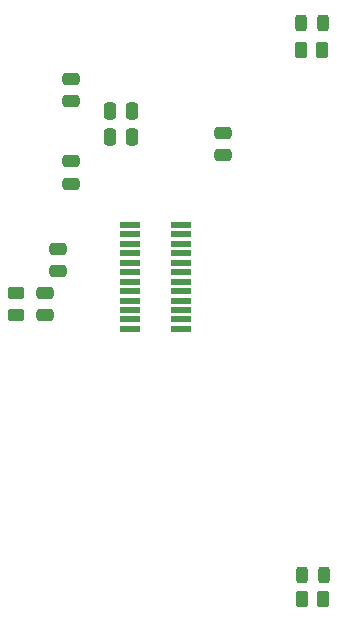
<source format=gtp>
%TF.GenerationSoftware,KiCad,Pcbnew,8.0.5*%
%TF.CreationDate,2024-11-03T15:39:05-06:00*%
%TF.ProjectId,DataAcq-EnvironmentBoard,44617461-4163-4712-9d45-6e7669726f6e,rev?*%
%TF.SameCoordinates,Original*%
%TF.FileFunction,Paste,Top*%
%TF.FilePolarity,Positive*%
%FSLAX46Y46*%
G04 Gerber Fmt 4.6, Leading zero omitted, Abs format (unit mm)*
G04 Created by KiCad (PCBNEW 8.0.5) date 2024-11-03 15:39:05*
%MOMM*%
%LPD*%
G01*
G04 APERTURE LIST*
G04 Aperture macros list*
%AMRoundRect*
0 Rectangle with rounded corners*
0 $1 Rounding radius*
0 $2 $3 $4 $5 $6 $7 $8 $9 X,Y pos of 4 corners*
0 Add a 4 corners polygon primitive as box body*
4,1,4,$2,$3,$4,$5,$6,$7,$8,$9,$2,$3,0*
0 Add four circle primitives for the rounded corners*
1,1,$1+$1,$2,$3*
1,1,$1+$1,$4,$5*
1,1,$1+$1,$6,$7*
1,1,$1+$1,$8,$9*
0 Add four rect primitives between the rounded corners*
20,1,$1+$1,$2,$3,$4,$5,0*
20,1,$1+$1,$4,$5,$6,$7,0*
20,1,$1+$1,$6,$7,$8,$9,0*
20,1,$1+$1,$8,$9,$2,$3,0*%
G04 Aperture macros list end*
%ADD10RoundRect,0.250000X-0.450000X0.262500X-0.450000X-0.262500X0.450000X-0.262500X0.450000X0.262500X0*%
%ADD11RoundRect,0.250000X0.475000X-0.250000X0.475000X0.250000X-0.475000X0.250000X-0.475000X-0.250000X0*%
%ADD12RoundRect,0.250000X-0.475000X0.250000X-0.475000X-0.250000X0.475000X-0.250000X0.475000X0.250000X0*%
%ADD13RoundRect,0.250000X0.250000X0.475000X-0.250000X0.475000X-0.250000X-0.475000X0.250000X-0.475000X0*%
%ADD14RoundRect,0.250000X-0.250000X-0.475000X0.250000X-0.475000X0.250000X0.475000X-0.250000X0.475000X0*%
%ADD15RoundRect,0.250000X0.262500X0.450000X-0.262500X0.450000X-0.262500X-0.450000X0.262500X-0.450000X0*%
%ADD16R,1.800000X0.550000*%
%ADD17RoundRect,0.243750X0.243750X0.456250X-0.243750X0.456250X-0.243750X-0.456250X0.243750X-0.456250X0*%
G04 APERTURE END LIST*
D10*
%TO.C,R1*%
X168000000Y-97637500D03*
X168000000Y-99462500D03*
%TD*%
D11*
%TO.C,C7*%
X170400000Y-99500000D03*
X170400000Y-97600000D03*
%TD*%
D12*
%TO.C,C6*%
X171550000Y-93850000D03*
X171550000Y-95750000D03*
%TD*%
D13*
%TO.C,C5*%
X177810000Y-84400000D03*
X175910000Y-84400000D03*
%TD*%
D12*
%TO.C,C4*%
X172660000Y-86450000D03*
X172660000Y-88350000D03*
%TD*%
%TO.C,C3*%
X172660000Y-79450000D03*
X172660000Y-81350000D03*
%TD*%
D14*
%TO.C,C2*%
X175910000Y-82200000D03*
X177810000Y-82200000D03*
%TD*%
D11*
%TO.C,C1*%
X185500000Y-85950000D03*
X185500000Y-84050000D03*
%TD*%
D15*
%TO.C,R2*%
X194000000Y-123500000D03*
X192175000Y-123500000D03*
%TD*%
D16*
%TO.C,U4*%
X177637260Y-91837260D03*
X181937260Y-91837260D03*
X177637260Y-92637260D03*
X181937260Y-92637260D03*
X177637260Y-93437260D03*
X181937260Y-93437260D03*
X177637260Y-94237260D03*
X181937260Y-94237260D03*
X177637260Y-95037260D03*
X181937260Y-95037260D03*
X177637260Y-95837260D03*
X181937260Y-95837260D03*
X177637260Y-96637260D03*
X181937260Y-96637260D03*
X177637260Y-97437260D03*
X181937260Y-97437260D03*
X177637260Y-98237260D03*
X181937260Y-98237260D03*
X177637260Y-99037260D03*
X181937260Y-99037260D03*
X177637260Y-99837260D03*
X181937260Y-99837260D03*
X177637260Y-100637260D03*
X181937260Y-100637260D03*
%TD*%
D17*
%TO.C,D2*%
X193937500Y-74750000D03*
X192062500Y-74750000D03*
%TD*%
%TO.C,D1*%
X194025000Y-121500000D03*
X192150000Y-121500000D03*
%TD*%
D15*
%TO.C,R3*%
X193912500Y-77000000D03*
X192087500Y-77000000D03*
%TD*%
M02*

</source>
